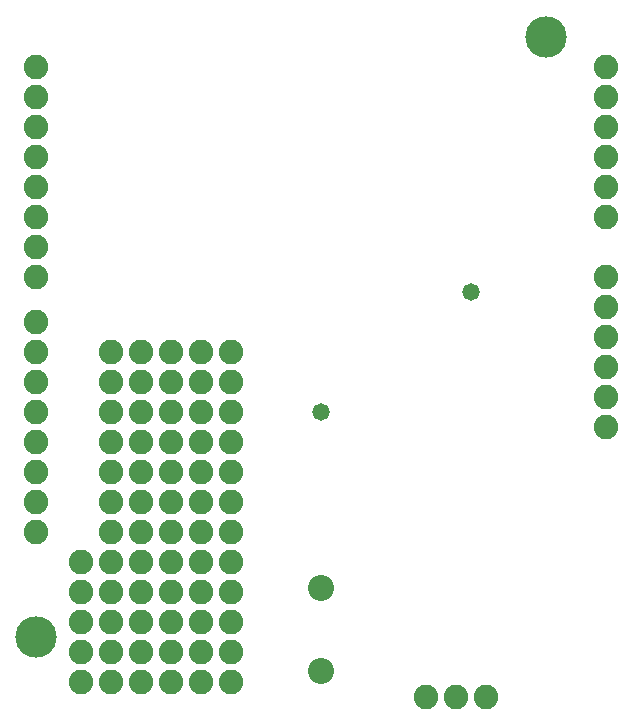
<source format=gbr>
G04 EAGLE Gerber RS-274X export*
G75*
%MOMM*%
%FSLAX34Y34*%
%LPD*%
%INSoldermask Bottom*%
%IPPOS*%
%AMOC8*
5,1,8,0,0,1.08239X$1,22.5*%
G01*
%ADD10C,2.082800*%
%ADD11C,3.505200*%
%ADD12C,1.473200*%
%ADD13C,2.203200*%
%ADD14C,1.311200*%


D10*
X508000Y241300D03*
X508000Y266700D03*
X508000Y292100D03*
X508000Y317500D03*
X508000Y342900D03*
X508000Y368300D03*
X508000Y419100D03*
X508000Y444500D03*
X508000Y469900D03*
X508000Y495300D03*
X508000Y520700D03*
X508000Y546100D03*
X25400Y546100D03*
X25400Y520700D03*
X25400Y495300D03*
X25400Y469900D03*
X25400Y444500D03*
X25400Y419100D03*
X25400Y393700D03*
X25400Y368300D03*
X25400Y330200D03*
X25400Y304800D03*
X25400Y279400D03*
X25400Y254000D03*
X25400Y228600D03*
X25400Y203200D03*
X25400Y177800D03*
X25400Y152400D03*
D11*
X457200Y571500D03*
X25400Y63500D03*
D12*
X393700Y355600D03*
X266700Y254000D03*
D13*
X266700Y35000D03*
X266700Y105000D03*
D10*
X355600Y12700D03*
X381000Y12700D03*
X406400Y12700D03*
X88900Y228600D03*
X114300Y228600D03*
X139700Y228600D03*
X165100Y228600D03*
X190500Y228600D03*
X88900Y203200D03*
X114300Y203200D03*
X139700Y203200D03*
X165100Y203200D03*
X190500Y203200D03*
X88900Y177800D03*
X114300Y177800D03*
X139700Y177800D03*
X165100Y177800D03*
X190500Y177800D03*
X88900Y152400D03*
X114300Y152400D03*
X139700Y152400D03*
X165100Y152400D03*
X190500Y152400D03*
X88900Y127000D03*
X114300Y127000D03*
X139700Y127000D03*
X165100Y127000D03*
X190500Y127000D03*
X88900Y101600D03*
X114300Y101600D03*
X139700Y101600D03*
X165100Y101600D03*
X190500Y101600D03*
X88900Y76200D03*
X114300Y76200D03*
X139700Y76200D03*
X165100Y76200D03*
X190500Y76200D03*
X88900Y50800D03*
X114300Y50800D03*
X139700Y50800D03*
X165100Y50800D03*
X190500Y50800D03*
X88900Y25400D03*
X114300Y25400D03*
X139700Y25400D03*
X165100Y25400D03*
X190500Y25400D03*
X63500Y127000D03*
X63500Y101600D03*
X63500Y76200D03*
X63500Y50800D03*
X63500Y25400D03*
D14*
X266700Y254000D03*
D10*
X190500Y254000D03*
X165100Y254000D03*
X139700Y254000D03*
X88900Y254000D03*
X88900Y279400D03*
X114300Y254000D03*
X114300Y279400D03*
X139700Y279400D03*
X165100Y279400D03*
X190500Y279400D03*
X190500Y304800D03*
X165100Y304800D03*
X139700Y304800D03*
X114300Y304800D03*
X88900Y304800D03*
M02*

</source>
